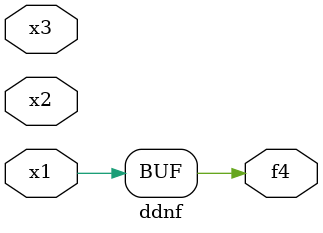
<source format=v>
module ddnf(
    input x1, x2, x3,
    output f4
);
    assign f4 = x1;  // ???????????? ??????? f4 = x1
endmodule

</source>
